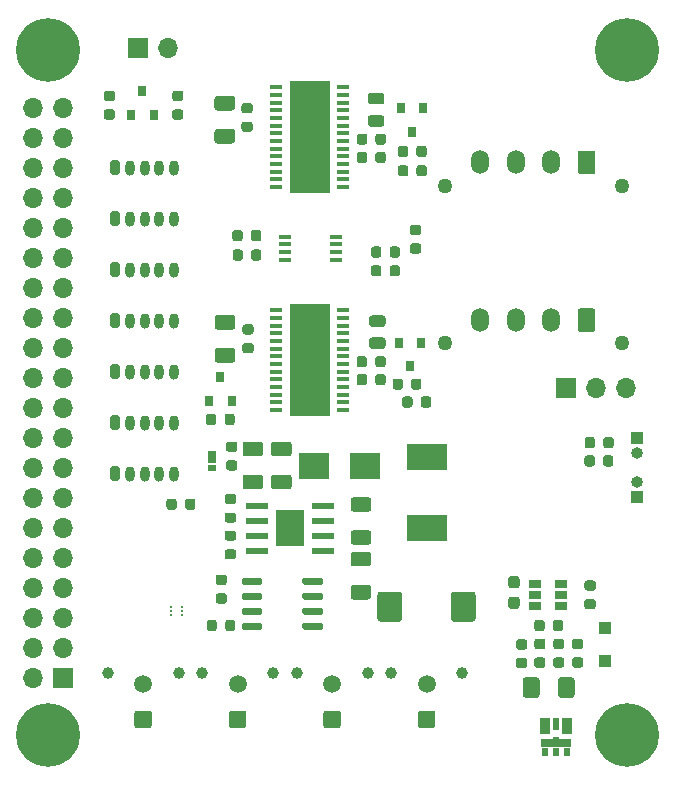
<source format=gbr>
G04 #@! TF.GenerationSoftware,KiCad,Pcbnew,(5.1.6)-1*
G04 #@! TF.CreationDate,2021-05-12T17:14:06+02:00*
G04 #@! TF.ProjectId,rysboard,72797362-6f61-4726-942e-6b696361645f,4.2*
G04 #@! TF.SameCoordinates,Original*
G04 #@! TF.FileFunction,Soldermask,Top*
G04 #@! TF.FilePolarity,Negative*
%FSLAX46Y46*%
G04 Gerber Fmt 4.6, Leading zero omitted, Abs format (unit mm)*
G04 Created by KiCad (PCBNEW (5.1.6)-1) date 2021-05-12 17:14:06*
%MOMM*%
%LPD*%
G01*
G04 APERTURE LIST*
%ADD10C,1.500000*%
%ADD11C,1.000000*%
%ADD12R,0.800000X0.900000*%
%ADD13R,3.500000X2.300000*%
%ADD14R,0.600000X0.250000*%
%ADD15R,2.500000X0.650000*%
%ADD16R,0.600000X0.800000*%
%ADD17R,0.900000X1.350000*%
%ADD18R,0.500000X0.800000*%
%ADD19R,0.500000X1.050000*%
%ADD20O,1.500000X2.020000*%
%ADD21C,1.270000*%
%ADD22C,5.400000*%
%ADD23R,2.500000X2.300000*%
%ADD24R,3.400000X9.500000*%
%ADD25R,1.100000X0.400000*%
%ADD26O,0.800000X1.300000*%
%ADD27O,1.700000X1.700000*%
%ADD28R,1.700000X1.700000*%
%ADD29R,0.700000X1.050000*%
%ADD30R,0.700000X0.520000*%
%ADD31R,1.100000X1.100000*%
%ADD32R,1.060000X0.650000*%
%ADD33R,1.000000X1.000000*%
%ADD34O,1.000000X1.000000*%
%ADD35R,0.200000X0.200000*%
%ADD36R,1.910000X0.610000*%
%ADD37R,1.205000X1.550000*%
G04 APERTURE END LIST*
D10*
X94856000Y-122800000D03*
G36*
G01*
X95606000Y-125300000D02*
X95606000Y-126300000D01*
G75*
G02*
X95356000Y-126550000I-250000J0D01*
G01*
X94356000Y-126550000D01*
G75*
G02*
X94106000Y-126300000I0J250000D01*
G01*
X94106000Y-125300000D01*
G75*
G02*
X94356000Y-125050000I250000J0D01*
G01*
X95356000Y-125050000D01*
G75*
G02*
X95606000Y-125300000I0J-250000D01*
G01*
G37*
D11*
X91856000Y-121860000D03*
X97856000Y-121860000D03*
D12*
X93400000Y-96800000D03*
X94350000Y-98800000D03*
X92450000Y-98800000D03*
D13*
X110900000Y-109600000D03*
X110900000Y-103600000D03*
D10*
X110856000Y-122800000D03*
G36*
G01*
X111606000Y-125300000D02*
X111606000Y-126300000D01*
G75*
G02*
X111356000Y-126550000I-250000J0D01*
G01*
X110356000Y-126550000D01*
G75*
G02*
X110106000Y-126300000I0J250000D01*
G01*
X110106000Y-125300000D01*
G75*
G02*
X110356000Y-125050000I250000J0D01*
G01*
X111356000Y-125050000D01*
G75*
G02*
X111606000Y-125300000I0J-250000D01*
G01*
G37*
D11*
X107856000Y-121860000D03*
X113856000Y-121860000D03*
D10*
X86856000Y-122800000D03*
G36*
G01*
X87606000Y-125300000D02*
X87606000Y-126300000D01*
G75*
G02*
X87356000Y-126550000I-250000J0D01*
G01*
X86356000Y-126550000D01*
G75*
G02*
X86106000Y-126300000I0J250000D01*
G01*
X86106000Y-125300000D01*
G75*
G02*
X86356000Y-125050000I250000J0D01*
G01*
X87356000Y-125050000D01*
G75*
G02*
X87606000Y-125300000I0J-250000D01*
G01*
G37*
D11*
X83856000Y-121860000D03*
X89856000Y-121860000D03*
D14*
X121810000Y-127370000D03*
D15*
X121810000Y-127820000D03*
D16*
X122760000Y-128520000D03*
D17*
X122760000Y-126375000D03*
D18*
X121810000Y-128520000D03*
D19*
X121810000Y-126225000D03*
D16*
X120860000Y-128520000D03*
D17*
X120860000Y-126375000D03*
D20*
X115400000Y-92000000D03*
X118400000Y-92000000D03*
X121400000Y-92000000D03*
G36*
G01*
X125150000Y-91240000D02*
X125150000Y-92760000D01*
G75*
G02*
X124900000Y-93010000I-250000J0D01*
G01*
X123900000Y-93010000D01*
G75*
G02*
X123650000Y-92760000I0J250000D01*
G01*
X123650000Y-91240000D01*
G75*
G02*
X123900000Y-90990000I250000J0D01*
G01*
X124900000Y-90990000D01*
G75*
G02*
X125150000Y-91240000I0J-250000D01*
G01*
G37*
D21*
X112400000Y-93960000D03*
X127400000Y-93960000D03*
G36*
G01*
X105925000Y-108225000D02*
X104675000Y-108225000D01*
G75*
G02*
X104425000Y-107975000I0J250000D01*
G01*
X104425000Y-107225000D01*
G75*
G02*
X104675000Y-106975000I250000J0D01*
G01*
X105925000Y-106975000D01*
G75*
G02*
X106175000Y-107225000I0J-250000D01*
G01*
X106175000Y-107975000D01*
G75*
G02*
X105925000Y-108225000I-250000J0D01*
G01*
G37*
G36*
G01*
X105925000Y-111025000D02*
X104675000Y-111025000D01*
G75*
G02*
X104425000Y-110775000I0J250000D01*
G01*
X104425000Y-110025000D01*
G75*
G02*
X104675000Y-109775000I250000J0D01*
G01*
X105925000Y-109775000D01*
G75*
G02*
X106175000Y-110025000I0J-250000D01*
G01*
X106175000Y-110775000D01*
G75*
G02*
X105925000Y-111025000I-250000J0D01*
G01*
G37*
D22*
X127800000Y-127150000D03*
X78800000Y-69150000D03*
X78800000Y-127150000D03*
D20*
X115400000Y-78640000D03*
X118400000Y-78640000D03*
X121400000Y-78640000D03*
G36*
G01*
X125150000Y-77880000D02*
X125150000Y-79400000D01*
G75*
G02*
X124900000Y-79650000I-250000J0D01*
G01*
X123900000Y-79650000D01*
G75*
G02*
X123650000Y-79400000I0J250000D01*
G01*
X123650000Y-77880000D01*
G75*
G02*
X123900000Y-77630000I250000J0D01*
G01*
X124900000Y-77630000D01*
G75*
G02*
X125150000Y-77880000I0J-250000D01*
G01*
G37*
D21*
X112400000Y-80600000D03*
X127400000Y-80600000D03*
D23*
X105650000Y-104300000D03*
X101350000Y-104300000D03*
D24*
X100950000Y-76500000D03*
D25*
X98100000Y-80725000D03*
X98100000Y-80075000D03*
X98100000Y-79425000D03*
X98100000Y-78775000D03*
X98100000Y-78125000D03*
X98100000Y-77475000D03*
X98100000Y-76825000D03*
X98100000Y-76175000D03*
X98100000Y-75525000D03*
X98100000Y-74875000D03*
X98100000Y-74225000D03*
X98100000Y-73575000D03*
X98100000Y-72925000D03*
X98100000Y-72275000D03*
X103800000Y-72275000D03*
X103800000Y-72925000D03*
X103800000Y-73575000D03*
X103800000Y-74225000D03*
X103800000Y-74875000D03*
X103800000Y-75525000D03*
X103800000Y-76175000D03*
X103800000Y-76825000D03*
X103800000Y-77475000D03*
X103800000Y-78125000D03*
X103800000Y-78775000D03*
X103800000Y-79425000D03*
X103800000Y-80075000D03*
X103800000Y-80725000D03*
D24*
X100950000Y-95375000D03*
D25*
X98100000Y-99600000D03*
X98100000Y-98950000D03*
X98100000Y-98300000D03*
X98100000Y-97650000D03*
X98100000Y-97000000D03*
X98100000Y-96350000D03*
X98100000Y-95700000D03*
X98100000Y-95050000D03*
X98100000Y-94400000D03*
X98100000Y-93750000D03*
X98100000Y-93100000D03*
X98100000Y-92450000D03*
X98100000Y-91800000D03*
X98100000Y-91150000D03*
X103800000Y-91150000D03*
X103800000Y-91800000D03*
X103800000Y-92450000D03*
X103800000Y-93100000D03*
X103800000Y-93750000D03*
X103800000Y-94400000D03*
X103800000Y-95050000D03*
X103800000Y-95700000D03*
X103800000Y-96350000D03*
X103800000Y-97000000D03*
X103800000Y-97650000D03*
X103800000Y-98300000D03*
X103800000Y-98950000D03*
X103800000Y-99600000D03*
D26*
X89492000Y-104990000D03*
X88242000Y-104990000D03*
X86992000Y-104990000D03*
X85742000Y-104990000D03*
G36*
G01*
X84092000Y-105440000D02*
X84092000Y-104540000D01*
G75*
G02*
X84292000Y-104340000I200000J0D01*
G01*
X84692000Y-104340000D01*
G75*
G02*
X84892000Y-104540000I0J-200000D01*
G01*
X84892000Y-105440000D01*
G75*
G02*
X84692000Y-105640000I-200000J0D01*
G01*
X84292000Y-105640000D01*
G75*
G02*
X84092000Y-105440000I0J200000D01*
G01*
G37*
X89492000Y-79082000D03*
X88242000Y-79082000D03*
X86992000Y-79082000D03*
X85742000Y-79082000D03*
G36*
G01*
X84092000Y-79532000D02*
X84092000Y-78632000D01*
G75*
G02*
X84292000Y-78432000I200000J0D01*
G01*
X84692000Y-78432000D01*
G75*
G02*
X84892000Y-78632000I0J-200000D01*
G01*
X84892000Y-79532000D01*
G75*
G02*
X84692000Y-79732000I-200000J0D01*
G01*
X84292000Y-79732000D01*
G75*
G02*
X84092000Y-79532000I0J200000D01*
G01*
G37*
X89492000Y-83400000D03*
X88242000Y-83400000D03*
X86992000Y-83400000D03*
X85742000Y-83400000D03*
G36*
G01*
X84092000Y-83850000D02*
X84092000Y-82950000D01*
G75*
G02*
X84292000Y-82750000I200000J0D01*
G01*
X84692000Y-82750000D01*
G75*
G02*
X84892000Y-82950000I0J-200000D01*
G01*
X84892000Y-83850000D01*
G75*
G02*
X84692000Y-84050000I-200000J0D01*
G01*
X84292000Y-84050000D01*
G75*
G02*
X84092000Y-83850000I0J200000D01*
G01*
G37*
X89492000Y-87718000D03*
X88242000Y-87718000D03*
X86992000Y-87718000D03*
X85742000Y-87718000D03*
G36*
G01*
X84092000Y-88168000D02*
X84092000Y-87268000D01*
G75*
G02*
X84292000Y-87068000I200000J0D01*
G01*
X84692000Y-87068000D01*
G75*
G02*
X84892000Y-87268000I0J-200000D01*
G01*
X84892000Y-88168000D01*
G75*
G02*
X84692000Y-88368000I-200000J0D01*
G01*
X84292000Y-88368000D01*
G75*
G02*
X84092000Y-88168000I0J200000D01*
G01*
G37*
X89492000Y-92036000D03*
X88242000Y-92036000D03*
X86992000Y-92036000D03*
X85742000Y-92036000D03*
G36*
G01*
X84092000Y-92486000D02*
X84092000Y-91586000D01*
G75*
G02*
X84292000Y-91386000I200000J0D01*
G01*
X84692000Y-91386000D01*
G75*
G02*
X84892000Y-91586000I0J-200000D01*
G01*
X84892000Y-92486000D01*
G75*
G02*
X84692000Y-92686000I-200000J0D01*
G01*
X84292000Y-92686000D01*
G75*
G02*
X84092000Y-92486000I0J200000D01*
G01*
G37*
X89492000Y-96354000D03*
X88242000Y-96354000D03*
X86992000Y-96354000D03*
X85742000Y-96354000D03*
G36*
G01*
X84092000Y-96804000D02*
X84092000Y-95904000D01*
G75*
G02*
X84292000Y-95704000I200000J0D01*
G01*
X84692000Y-95704000D01*
G75*
G02*
X84892000Y-95904000I0J-200000D01*
G01*
X84892000Y-96804000D01*
G75*
G02*
X84692000Y-97004000I-200000J0D01*
G01*
X84292000Y-97004000D01*
G75*
G02*
X84092000Y-96804000I0J200000D01*
G01*
G37*
X89492000Y-100672000D03*
X88242000Y-100672000D03*
X86992000Y-100672000D03*
X85742000Y-100672000D03*
G36*
G01*
X84092000Y-101122000D02*
X84092000Y-100222000D01*
G75*
G02*
X84292000Y-100022000I200000J0D01*
G01*
X84692000Y-100022000D01*
G75*
G02*
X84892000Y-100222000I0J-200000D01*
G01*
X84892000Y-101122000D01*
G75*
G02*
X84692000Y-101322000I-200000J0D01*
G01*
X84292000Y-101322000D01*
G75*
G02*
X84092000Y-101122000I0J200000D01*
G01*
G37*
D27*
X77524500Y-74011100D03*
X80064500Y-74011100D03*
X77524500Y-76551100D03*
X80064500Y-76551100D03*
X77524500Y-79091100D03*
X80064500Y-79091100D03*
X77524500Y-81631100D03*
X80064500Y-81631100D03*
X77524500Y-84171100D03*
X80064500Y-84171100D03*
X77524500Y-86711100D03*
X80064500Y-86711100D03*
X77524500Y-89251100D03*
X80064500Y-89251100D03*
X77524500Y-91791100D03*
X80064500Y-91791100D03*
X77524500Y-94331100D03*
X80064500Y-94331100D03*
X77524500Y-96871100D03*
X80064500Y-96871100D03*
X77524500Y-99411100D03*
X80064500Y-99411100D03*
X77524500Y-101951100D03*
X80064500Y-101951100D03*
X77524500Y-104491100D03*
X80064500Y-104491100D03*
X77524500Y-107031100D03*
X80064500Y-107031100D03*
X77524500Y-109571100D03*
X80064500Y-109571100D03*
X77524500Y-112111100D03*
X80064500Y-112111100D03*
X77524500Y-114651100D03*
X80064500Y-114651100D03*
X77524500Y-117191100D03*
X80064500Y-117191100D03*
X77524500Y-119731100D03*
X80064500Y-119731100D03*
X77524500Y-122271100D03*
D28*
X80064500Y-122271100D03*
G36*
G01*
X97925000Y-105075000D02*
X99175000Y-105075000D01*
G75*
G02*
X99425000Y-105325000I0J-250000D01*
G01*
X99425000Y-106075000D01*
G75*
G02*
X99175000Y-106325000I-250000J0D01*
G01*
X97925000Y-106325000D01*
G75*
G02*
X97675000Y-106075000I0J250000D01*
G01*
X97675000Y-105325000D01*
G75*
G02*
X97925000Y-105075000I250000J0D01*
G01*
G37*
G36*
G01*
X97925000Y-102275000D02*
X99175000Y-102275000D01*
G75*
G02*
X99425000Y-102525000I0J-250000D01*
G01*
X99425000Y-103275000D01*
G75*
G02*
X99175000Y-103525000I-250000J0D01*
G01*
X97925000Y-103525000D01*
G75*
G02*
X97675000Y-103275000I0J250000D01*
G01*
X97675000Y-102525000D01*
G75*
G02*
X97925000Y-102275000I250000J0D01*
G01*
G37*
G36*
G01*
X95525000Y-105075000D02*
X96775000Y-105075000D01*
G75*
G02*
X97025000Y-105325000I0J-250000D01*
G01*
X97025000Y-106075000D01*
G75*
G02*
X96775000Y-106325000I-250000J0D01*
G01*
X95525000Y-106325000D01*
G75*
G02*
X95275000Y-106075000I0J250000D01*
G01*
X95275000Y-105325000D01*
G75*
G02*
X95525000Y-105075000I250000J0D01*
G01*
G37*
G36*
G01*
X95525000Y-102275000D02*
X96775000Y-102275000D01*
G75*
G02*
X97025000Y-102525000I0J-250000D01*
G01*
X97025000Y-103275000D01*
G75*
G02*
X96775000Y-103525000I-250000J0D01*
G01*
X95525000Y-103525000D01*
G75*
G02*
X95275000Y-103275000I0J250000D01*
G01*
X95275000Y-102525000D01*
G75*
G02*
X95525000Y-102275000I250000J0D01*
G01*
G37*
G36*
G01*
X94506250Y-107580000D02*
X93993750Y-107580000D01*
G75*
G02*
X93775000Y-107361250I0J218750D01*
G01*
X93775000Y-106923750D01*
G75*
G02*
X93993750Y-106705000I218750J0D01*
G01*
X94506250Y-106705000D01*
G75*
G02*
X94725000Y-106923750I0J-218750D01*
G01*
X94725000Y-107361250D01*
G75*
G02*
X94506250Y-107580000I-218750J0D01*
G01*
G37*
G36*
G01*
X94506250Y-109155000D02*
X93993750Y-109155000D01*
G75*
G02*
X93775000Y-108936250I0J218750D01*
G01*
X93775000Y-108498750D01*
G75*
G02*
X93993750Y-108280000I218750J0D01*
G01*
X94506250Y-108280000D01*
G75*
G02*
X94725000Y-108498750I0J-218750D01*
G01*
X94725000Y-108936250D01*
G75*
G02*
X94506250Y-109155000I-218750J0D01*
G01*
G37*
D22*
X127800000Y-69150000D03*
D10*
X102856000Y-122800000D03*
G36*
G01*
X103606000Y-125300000D02*
X103606000Y-126300000D01*
G75*
G02*
X103356000Y-126550000I-250000J0D01*
G01*
X102356000Y-126550000D01*
G75*
G02*
X102106000Y-126300000I0J250000D01*
G01*
X102106000Y-125300000D01*
G75*
G02*
X102356000Y-125050000I250000J0D01*
G01*
X103356000Y-125050000D01*
G75*
G02*
X103606000Y-125300000I0J-250000D01*
G01*
G37*
D11*
X99856000Y-121860000D03*
X105856000Y-121860000D03*
G36*
G01*
X93165000Y-94345000D02*
X94415000Y-94345000D01*
G75*
G02*
X94665000Y-94595000I0J-250000D01*
G01*
X94665000Y-95345000D01*
G75*
G02*
X94415000Y-95595000I-250000J0D01*
G01*
X93165000Y-95595000D01*
G75*
G02*
X92915000Y-95345000I0J250000D01*
G01*
X92915000Y-94595000D01*
G75*
G02*
X93165000Y-94345000I250000J0D01*
G01*
G37*
G36*
G01*
X93165000Y-91545000D02*
X94415000Y-91545000D01*
G75*
G02*
X94665000Y-91795000I0J-250000D01*
G01*
X94665000Y-92545000D01*
G75*
G02*
X94415000Y-92795000I-250000J0D01*
G01*
X93165000Y-92795000D01*
G75*
G02*
X92915000Y-92545000I0J250000D01*
G01*
X92915000Y-91795000D01*
G75*
G02*
X93165000Y-91545000I250000J0D01*
G01*
G37*
G36*
G01*
X106233750Y-93460000D02*
X107146250Y-93460000D01*
G75*
G02*
X107390000Y-93703750I0J-243750D01*
G01*
X107390000Y-94191250D01*
G75*
G02*
X107146250Y-94435000I-243750J0D01*
G01*
X106233750Y-94435000D01*
G75*
G02*
X105990000Y-94191250I0J243750D01*
G01*
X105990000Y-93703750D01*
G75*
G02*
X106233750Y-93460000I243750J0D01*
G01*
G37*
G36*
G01*
X106233750Y-91585000D02*
X107146250Y-91585000D01*
G75*
G02*
X107390000Y-91828750I0J-243750D01*
G01*
X107390000Y-92316250D01*
G75*
G02*
X107146250Y-92560000I-243750J0D01*
G01*
X106233750Y-92560000D01*
G75*
G02*
X105990000Y-92316250I0J243750D01*
G01*
X105990000Y-91828750D01*
G75*
G02*
X106233750Y-91585000I243750J0D01*
G01*
G37*
G36*
G01*
X105810000Y-95253750D02*
X105810000Y-95766250D01*
G75*
G02*
X105591250Y-95985000I-218750J0D01*
G01*
X105153750Y-95985000D01*
G75*
G02*
X104935000Y-95766250I0J218750D01*
G01*
X104935000Y-95253750D01*
G75*
G02*
X105153750Y-95035000I218750J0D01*
G01*
X105591250Y-95035000D01*
G75*
G02*
X105810000Y-95253750I0J-218750D01*
G01*
G37*
G36*
G01*
X107385000Y-95253750D02*
X107385000Y-95766250D01*
G75*
G02*
X107166250Y-95985000I-218750J0D01*
G01*
X106728750Y-95985000D01*
G75*
G02*
X106510000Y-95766250I0J218750D01*
G01*
X106510000Y-95253750D01*
G75*
G02*
X106728750Y-95035000I218750J0D01*
G01*
X107166250Y-95035000D01*
G75*
G02*
X107385000Y-95253750I0J-218750D01*
G01*
G37*
G36*
G01*
X95483750Y-93920000D02*
X95996250Y-93920000D01*
G75*
G02*
X96215000Y-94138750I0J-218750D01*
G01*
X96215000Y-94576250D01*
G75*
G02*
X95996250Y-94795000I-218750J0D01*
G01*
X95483750Y-94795000D01*
G75*
G02*
X95265000Y-94576250I0J218750D01*
G01*
X95265000Y-94138750D01*
G75*
G02*
X95483750Y-93920000I218750J0D01*
G01*
G37*
G36*
G01*
X95483750Y-92345000D02*
X95996250Y-92345000D01*
G75*
G02*
X96215000Y-92563750I0J-218750D01*
G01*
X96215000Y-93001250D01*
G75*
G02*
X95996250Y-93220000I-218750J0D01*
G01*
X95483750Y-93220000D01*
G75*
G02*
X95265000Y-93001250I0J218750D01*
G01*
X95265000Y-92563750D01*
G75*
G02*
X95483750Y-92345000I218750J0D01*
G01*
G37*
G36*
G01*
X108850000Y-97153750D02*
X108850000Y-97666250D01*
G75*
G02*
X108631250Y-97885000I-218750J0D01*
G01*
X108193750Y-97885000D01*
G75*
G02*
X107975000Y-97666250I0J218750D01*
G01*
X107975000Y-97153750D01*
G75*
G02*
X108193750Y-96935000I218750J0D01*
G01*
X108631250Y-96935000D01*
G75*
G02*
X108850000Y-97153750I0J-218750D01*
G01*
G37*
G36*
G01*
X110425000Y-97153750D02*
X110425000Y-97666250D01*
G75*
G02*
X110206250Y-97885000I-218750J0D01*
G01*
X109768750Y-97885000D01*
G75*
G02*
X109550000Y-97666250I0J218750D01*
G01*
X109550000Y-97153750D01*
G75*
G02*
X109768750Y-96935000I218750J0D01*
G01*
X110206250Y-96935000D01*
G75*
G02*
X110425000Y-97153750I0J-218750D01*
G01*
G37*
G36*
G01*
X93145000Y-75795000D02*
X94395000Y-75795000D01*
G75*
G02*
X94645000Y-76045000I0J-250000D01*
G01*
X94645000Y-76795000D01*
G75*
G02*
X94395000Y-77045000I-250000J0D01*
G01*
X93145000Y-77045000D01*
G75*
G02*
X92895000Y-76795000I0J250000D01*
G01*
X92895000Y-76045000D01*
G75*
G02*
X93145000Y-75795000I250000J0D01*
G01*
G37*
G36*
G01*
X93145000Y-72995000D02*
X94395000Y-72995000D01*
G75*
G02*
X94645000Y-73245000I0J-250000D01*
G01*
X94645000Y-73995000D01*
G75*
G02*
X94395000Y-74245000I-250000J0D01*
G01*
X93145000Y-74245000D01*
G75*
G02*
X92895000Y-73995000I0J250000D01*
G01*
X92895000Y-73245000D01*
G75*
G02*
X93145000Y-72995000I250000J0D01*
G01*
G37*
G36*
G01*
X106123750Y-74630000D02*
X107036250Y-74630000D01*
G75*
G02*
X107280000Y-74873750I0J-243750D01*
G01*
X107280000Y-75361250D01*
G75*
G02*
X107036250Y-75605000I-243750J0D01*
G01*
X106123750Y-75605000D01*
G75*
G02*
X105880000Y-75361250I0J243750D01*
G01*
X105880000Y-74873750D01*
G75*
G02*
X106123750Y-74630000I243750J0D01*
G01*
G37*
G36*
G01*
X106123750Y-72755000D02*
X107036250Y-72755000D01*
G75*
G02*
X107280000Y-72998750I0J-243750D01*
G01*
X107280000Y-73486250D01*
G75*
G02*
X107036250Y-73730000I-243750J0D01*
G01*
X106123750Y-73730000D01*
G75*
G02*
X105880000Y-73486250I0J243750D01*
G01*
X105880000Y-72998750D01*
G75*
G02*
X106123750Y-72755000I243750J0D01*
G01*
G37*
G36*
G01*
X105830000Y-76413750D02*
X105830000Y-76926250D01*
G75*
G02*
X105611250Y-77145000I-218750J0D01*
G01*
X105173750Y-77145000D01*
G75*
G02*
X104955000Y-76926250I0J218750D01*
G01*
X104955000Y-76413750D01*
G75*
G02*
X105173750Y-76195000I218750J0D01*
G01*
X105611250Y-76195000D01*
G75*
G02*
X105830000Y-76413750I0J-218750D01*
G01*
G37*
G36*
G01*
X107405000Y-76413750D02*
X107405000Y-76926250D01*
G75*
G02*
X107186250Y-77145000I-218750J0D01*
G01*
X106748750Y-77145000D01*
G75*
G02*
X106530000Y-76926250I0J218750D01*
G01*
X106530000Y-76413750D01*
G75*
G02*
X106748750Y-76195000I218750J0D01*
G01*
X107186250Y-76195000D01*
G75*
G02*
X107405000Y-76413750I0J-218750D01*
G01*
G37*
G36*
G01*
X95403750Y-75190000D02*
X95916250Y-75190000D01*
G75*
G02*
X96135000Y-75408750I0J-218750D01*
G01*
X96135000Y-75846250D01*
G75*
G02*
X95916250Y-76065000I-218750J0D01*
G01*
X95403750Y-76065000D01*
G75*
G02*
X95185000Y-75846250I0J218750D01*
G01*
X95185000Y-75408750D01*
G75*
G02*
X95403750Y-75190000I218750J0D01*
G01*
G37*
G36*
G01*
X95403750Y-73615000D02*
X95916250Y-73615000D01*
G75*
G02*
X96135000Y-73833750I0J-218750D01*
G01*
X96135000Y-74271250D01*
G75*
G02*
X95916250Y-74490000I-218750J0D01*
G01*
X95403750Y-74490000D01*
G75*
G02*
X95185000Y-74271250I0J218750D01*
G01*
X95185000Y-73833750D01*
G75*
G02*
X95403750Y-73615000I218750J0D01*
G01*
G37*
G36*
G01*
X109300000Y-77453750D02*
X109300000Y-77966250D01*
G75*
G02*
X109081250Y-78185000I-218750J0D01*
G01*
X108643750Y-78185000D01*
G75*
G02*
X108425000Y-77966250I0J218750D01*
G01*
X108425000Y-77453750D01*
G75*
G02*
X108643750Y-77235000I218750J0D01*
G01*
X109081250Y-77235000D01*
G75*
G02*
X109300000Y-77453750I0J-218750D01*
G01*
G37*
G36*
G01*
X110875000Y-77453750D02*
X110875000Y-77966250D01*
G75*
G02*
X110656250Y-78185000I-218750J0D01*
G01*
X110218750Y-78185000D01*
G75*
G02*
X110000000Y-77966250I0J218750D01*
G01*
X110000000Y-77453750D01*
G75*
G02*
X110218750Y-77235000I218750J0D01*
G01*
X110656250Y-77235000D01*
G75*
G02*
X110875000Y-77453750I0J-218750D01*
G01*
G37*
G36*
G01*
X118643750Y-120600000D02*
X119156250Y-120600000D01*
G75*
G02*
X119375000Y-120818750I0J-218750D01*
G01*
X119375000Y-121256250D01*
G75*
G02*
X119156250Y-121475000I-218750J0D01*
G01*
X118643750Y-121475000D01*
G75*
G02*
X118425000Y-121256250I0J218750D01*
G01*
X118425000Y-120818750D01*
G75*
G02*
X118643750Y-120600000I218750J0D01*
G01*
G37*
G36*
G01*
X118643750Y-119025000D02*
X119156250Y-119025000D01*
G75*
G02*
X119375000Y-119243750I0J-218750D01*
G01*
X119375000Y-119681250D01*
G75*
G02*
X119156250Y-119900000I-218750J0D01*
G01*
X118643750Y-119900000D01*
G75*
G02*
X118425000Y-119681250I0J218750D01*
G01*
X118425000Y-119243750D01*
G75*
G02*
X118643750Y-119025000I218750J0D01*
G01*
G37*
G36*
G01*
X121550000Y-118106250D02*
X121550000Y-117593750D01*
G75*
G02*
X121768750Y-117375000I218750J0D01*
G01*
X122206250Y-117375000D01*
G75*
G02*
X122425000Y-117593750I0J-218750D01*
G01*
X122425000Y-118106250D01*
G75*
G02*
X122206250Y-118325000I-218750J0D01*
G01*
X121768750Y-118325000D01*
G75*
G02*
X121550000Y-118106250I0J218750D01*
G01*
G37*
G36*
G01*
X119975000Y-118106250D02*
X119975000Y-117593750D01*
G75*
G02*
X120193750Y-117375000I218750J0D01*
G01*
X120631250Y-117375000D01*
G75*
G02*
X120850000Y-117593750I0J-218750D01*
G01*
X120850000Y-118106250D01*
G75*
G02*
X120631250Y-118325000I-218750J0D01*
G01*
X120193750Y-118325000D01*
G75*
G02*
X119975000Y-118106250I0J218750D01*
G01*
G37*
G36*
G01*
X123393750Y-120550000D02*
X123906250Y-120550000D01*
G75*
G02*
X124125000Y-120768750I0J-218750D01*
G01*
X124125000Y-121206250D01*
G75*
G02*
X123906250Y-121425000I-218750J0D01*
G01*
X123393750Y-121425000D01*
G75*
G02*
X123175000Y-121206250I0J218750D01*
G01*
X123175000Y-120768750D01*
G75*
G02*
X123393750Y-120550000I218750J0D01*
G01*
G37*
G36*
G01*
X123393750Y-118975000D02*
X123906250Y-118975000D01*
G75*
G02*
X124125000Y-119193750I0J-218750D01*
G01*
X124125000Y-119631250D01*
G75*
G02*
X123906250Y-119850000I-218750J0D01*
G01*
X123393750Y-119850000D01*
G75*
G02*
X123175000Y-119631250I0J218750D01*
G01*
X123175000Y-119193750D01*
G75*
G02*
X123393750Y-118975000I218750J0D01*
G01*
G37*
G36*
G01*
X118012500Y-115400000D02*
X118487500Y-115400000D01*
G75*
G02*
X118725000Y-115637500I0J-237500D01*
G01*
X118725000Y-116212500D01*
G75*
G02*
X118487500Y-116450000I-237500J0D01*
G01*
X118012500Y-116450000D01*
G75*
G02*
X117775000Y-116212500I0J237500D01*
G01*
X117775000Y-115637500D01*
G75*
G02*
X118012500Y-115400000I237500J0D01*
G01*
G37*
G36*
G01*
X118012500Y-113650000D02*
X118487500Y-113650000D01*
G75*
G02*
X118725000Y-113887500I0J-237500D01*
G01*
X118725000Y-114462500D01*
G75*
G02*
X118487500Y-114700000I-237500J0D01*
G01*
X118012500Y-114700000D01*
G75*
G02*
X117775000Y-114462500I0J237500D01*
G01*
X117775000Y-113887500D01*
G75*
G02*
X118012500Y-113650000I237500J0D01*
G01*
G37*
D12*
X109450000Y-95900000D03*
X108500000Y-93900000D03*
X110400000Y-93900000D03*
X109630000Y-76060000D03*
X108680000Y-74060000D03*
X110580000Y-74060000D03*
D29*
X92720000Y-103575000D03*
D30*
X92720000Y-104490000D03*
D31*
X126000000Y-120850000D03*
X126000000Y-118050000D03*
D27*
X127705000Y-97750000D03*
X125165000Y-97750000D03*
D28*
X122625000Y-97750000D03*
G36*
G01*
X110181250Y-84800000D02*
X109668750Y-84800000D01*
G75*
G02*
X109450000Y-84581250I0J218750D01*
G01*
X109450000Y-84143750D01*
G75*
G02*
X109668750Y-83925000I218750J0D01*
G01*
X110181250Y-83925000D01*
G75*
G02*
X110400000Y-84143750I0J-218750D01*
G01*
X110400000Y-84581250D01*
G75*
G02*
X110181250Y-84800000I-218750J0D01*
G01*
G37*
G36*
G01*
X110181250Y-86375000D02*
X109668750Y-86375000D01*
G75*
G02*
X109450000Y-86156250I0J218750D01*
G01*
X109450000Y-85718750D01*
G75*
G02*
X109668750Y-85500000I218750J0D01*
G01*
X110181250Y-85500000D01*
G75*
G02*
X110400000Y-85718750I0J-218750D01*
G01*
X110400000Y-86156250D01*
G75*
G02*
X110181250Y-86375000I-218750J0D01*
G01*
G37*
G36*
G01*
X107020000Y-87563750D02*
X107020000Y-88076250D01*
G75*
G02*
X106801250Y-88295000I-218750J0D01*
G01*
X106363750Y-88295000D01*
G75*
G02*
X106145000Y-88076250I0J218750D01*
G01*
X106145000Y-87563750D01*
G75*
G02*
X106363750Y-87345000I218750J0D01*
G01*
X106801250Y-87345000D01*
G75*
G02*
X107020000Y-87563750I0J-218750D01*
G01*
G37*
G36*
G01*
X108595000Y-87563750D02*
X108595000Y-88076250D01*
G75*
G02*
X108376250Y-88295000I-218750J0D01*
G01*
X107938750Y-88295000D01*
G75*
G02*
X107720000Y-88076250I0J218750D01*
G01*
X107720000Y-87563750D01*
G75*
G02*
X107938750Y-87345000I218750J0D01*
G01*
X108376250Y-87345000D01*
G75*
G02*
X108595000Y-87563750I0J-218750D01*
G01*
G37*
G36*
G01*
X109670000Y-98673750D02*
X109670000Y-99186250D01*
G75*
G02*
X109451250Y-99405000I-218750J0D01*
G01*
X109013750Y-99405000D01*
G75*
G02*
X108795000Y-99186250I0J218750D01*
G01*
X108795000Y-98673750D01*
G75*
G02*
X109013750Y-98455000I218750J0D01*
G01*
X109451250Y-98455000D01*
G75*
G02*
X109670000Y-98673750I0J-218750D01*
G01*
G37*
G36*
G01*
X111245000Y-98673750D02*
X111245000Y-99186250D01*
G75*
G02*
X111026250Y-99405000I-218750J0D01*
G01*
X110588750Y-99405000D01*
G75*
G02*
X110370000Y-99186250I0J218750D01*
G01*
X110370000Y-98673750D01*
G75*
G02*
X110588750Y-98455000I218750J0D01*
G01*
X111026250Y-98455000D01*
G75*
G02*
X111245000Y-98673750I0J-218750D01*
G01*
G37*
G36*
G01*
X105810000Y-96773750D02*
X105810000Y-97286250D01*
G75*
G02*
X105591250Y-97505000I-218750J0D01*
G01*
X105153750Y-97505000D01*
G75*
G02*
X104935000Y-97286250I0J218750D01*
G01*
X104935000Y-96773750D01*
G75*
G02*
X105153750Y-96555000I218750J0D01*
G01*
X105591250Y-96555000D01*
G75*
G02*
X105810000Y-96773750I0J-218750D01*
G01*
G37*
G36*
G01*
X107385000Y-96773750D02*
X107385000Y-97286250D01*
G75*
G02*
X107166250Y-97505000I-218750J0D01*
G01*
X106728750Y-97505000D01*
G75*
G02*
X106510000Y-97286250I0J218750D01*
G01*
X106510000Y-96773750D01*
G75*
G02*
X106728750Y-96555000I218750J0D01*
G01*
X107166250Y-96555000D01*
G75*
G02*
X107385000Y-96773750I0J-218750D01*
G01*
G37*
G36*
G01*
X109300000Y-79093750D02*
X109300000Y-79606250D01*
G75*
G02*
X109081250Y-79825000I-218750J0D01*
G01*
X108643750Y-79825000D01*
G75*
G02*
X108425000Y-79606250I0J218750D01*
G01*
X108425000Y-79093750D01*
G75*
G02*
X108643750Y-78875000I218750J0D01*
G01*
X109081250Y-78875000D01*
G75*
G02*
X109300000Y-79093750I0J-218750D01*
G01*
G37*
G36*
G01*
X110875000Y-79093750D02*
X110875000Y-79606250D01*
G75*
G02*
X110656250Y-79825000I-218750J0D01*
G01*
X110218750Y-79825000D01*
G75*
G02*
X110000000Y-79606250I0J218750D01*
G01*
X110000000Y-79093750D01*
G75*
G02*
X110218750Y-78875000I218750J0D01*
G01*
X110656250Y-78875000D01*
G75*
G02*
X110875000Y-79093750I0J-218750D01*
G01*
G37*
G36*
G01*
X106530000Y-78476250D02*
X106530000Y-77963750D01*
G75*
G02*
X106748750Y-77745000I218750J0D01*
G01*
X107186250Y-77745000D01*
G75*
G02*
X107405000Y-77963750I0J-218750D01*
G01*
X107405000Y-78476250D01*
G75*
G02*
X107186250Y-78695000I-218750J0D01*
G01*
X106748750Y-78695000D01*
G75*
G02*
X106530000Y-78476250I0J218750D01*
G01*
G37*
G36*
G01*
X104955000Y-78476250D02*
X104955000Y-77963750D01*
G75*
G02*
X105173750Y-77745000I218750J0D01*
G01*
X105611250Y-77745000D01*
G75*
G02*
X105830000Y-77963750I0J-218750D01*
G01*
X105830000Y-78476250D01*
G75*
G02*
X105611250Y-78695000I-218750J0D01*
G01*
X105173750Y-78695000D01*
G75*
G02*
X104955000Y-78476250I0J218750D01*
G01*
G37*
G36*
G01*
X94606250Y-103150000D02*
X94093750Y-103150000D01*
G75*
G02*
X93875000Y-102931250I0J218750D01*
G01*
X93875000Y-102493750D01*
G75*
G02*
X94093750Y-102275000I218750J0D01*
G01*
X94606250Y-102275000D01*
G75*
G02*
X94825000Y-102493750I0J-218750D01*
G01*
X94825000Y-102931250D01*
G75*
G02*
X94606250Y-103150000I-218750J0D01*
G01*
G37*
G36*
G01*
X94606250Y-104725000D02*
X94093750Y-104725000D01*
G75*
G02*
X93875000Y-104506250I0J218750D01*
G01*
X93875000Y-104068750D01*
G75*
G02*
X94093750Y-103850000I218750J0D01*
G01*
X94606250Y-103850000D01*
G75*
G02*
X94825000Y-104068750I0J-218750D01*
G01*
X94825000Y-104506250D01*
G75*
G02*
X94606250Y-104725000I-218750J0D01*
G01*
G37*
G36*
G01*
X93993750Y-111380000D02*
X94506250Y-111380000D01*
G75*
G02*
X94725000Y-111598750I0J-218750D01*
G01*
X94725000Y-112036250D01*
G75*
G02*
X94506250Y-112255000I-218750J0D01*
G01*
X93993750Y-112255000D01*
G75*
G02*
X93775000Y-112036250I0J218750D01*
G01*
X93775000Y-111598750D01*
G75*
G02*
X93993750Y-111380000I218750J0D01*
G01*
G37*
G36*
G01*
X93993750Y-109805000D02*
X94506250Y-109805000D01*
G75*
G02*
X94725000Y-110023750I0J-218750D01*
G01*
X94725000Y-110461250D01*
G75*
G02*
X94506250Y-110680000I-218750J0D01*
G01*
X93993750Y-110680000D01*
G75*
G02*
X93775000Y-110461250I0J218750D01*
G01*
X93775000Y-110023750D01*
G75*
G02*
X93993750Y-109805000I218750J0D01*
G01*
G37*
G36*
G01*
X120193750Y-120550000D02*
X120706250Y-120550000D01*
G75*
G02*
X120925000Y-120768750I0J-218750D01*
G01*
X120925000Y-121206250D01*
G75*
G02*
X120706250Y-121425000I-218750J0D01*
G01*
X120193750Y-121425000D01*
G75*
G02*
X119975000Y-121206250I0J218750D01*
G01*
X119975000Y-120768750D01*
G75*
G02*
X120193750Y-120550000I218750J0D01*
G01*
G37*
G36*
G01*
X120193750Y-118975000D02*
X120706250Y-118975000D01*
G75*
G02*
X120925000Y-119193750I0J-218750D01*
G01*
X120925000Y-119631250D01*
G75*
G02*
X120706250Y-119850000I-218750J0D01*
G01*
X120193750Y-119850000D01*
G75*
G02*
X119975000Y-119631250I0J218750D01*
G01*
X119975000Y-119193750D01*
G75*
G02*
X120193750Y-118975000I218750J0D01*
G01*
G37*
G36*
G01*
X120425000Y-122475000D02*
X120425000Y-123725000D01*
G75*
G02*
X120175000Y-123975000I-250000J0D01*
G01*
X119250000Y-123975000D01*
G75*
G02*
X119000000Y-123725000I0J250000D01*
G01*
X119000000Y-122475000D01*
G75*
G02*
X119250000Y-122225000I250000J0D01*
G01*
X120175000Y-122225000D01*
G75*
G02*
X120425000Y-122475000I0J-250000D01*
G01*
G37*
G36*
G01*
X123400000Y-122475000D02*
X123400000Y-123725000D01*
G75*
G02*
X123150000Y-123975000I-250000J0D01*
G01*
X122225000Y-123975000D01*
G75*
G02*
X121975000Y-123725000I0J250000D01*
G01*
X121975000Y-122475000D01*
G75*
G02*
X122225000Y-122225000I250000J0D01*
G01*
X123150000Y-122225000D01*
G75*
G02*
X123400000Y-122475000I0J-250000D01*
G01*
G37*
G36*
G01*
X121793750Y-120550000D02*
X122306250Y-120550000D01*
G75*
G02*
X122525000Y-120768750I0J-218750D01*
G01*
X122525000Y-121206250D01*
G75*
G02*
X122306250Y-121425000I-218750J0D01*
G01*
X121793750Y-121425000D01*
G75*
G02*
X121575000Y-121206250I0J218750D01*
G01*
X121575000Y-120768750D01*
G75*
G02*
X121793750Y-120550000I218750J0D01*
G01*
G37*
G36*
G01*
X121793750Y-118975000D02*
X122306250Y-118975000D01*
G75*
G02*
X122525000Y-119193750I0J-218750D01*
G01*
X122525000Y-119631250D01*
G75*
G02*
X122306250Y-119850000I-218750J0D01*
G01*
X121793750Y-119850000D01*
G75*
G02*
X121575000Y-119631250I0J218750D01*
G01*
X121575000Y-119193750D01*
G75*
G02*
X121793750Y-118975000I218750J0D01*
G01*
G37*
G36*
G01*
X107030000Y-85973750D02*
X107030000Y-86486250D01*
G75*
G02*
X106811250Y-86705000I-218750J0D01*
G01*
X106373750Y-86705000D01*
G75*
G02*
X106155000Y-86486250I0J218750D01*
G01*
X106155000Y-85973750D01*
G75*
G02*
X106373750Y-85755000I218750J0D01*
G01*
X106811250Y-85755000D01*
G75*
G02*
X107030000Y-85973750I0J-218750D01*
G01*
G37*
G36*
G01*
X108605000Y-85973750D02*
X108605000Y-86486250D01*
G75*
G02*
X108386250Y-86705000I-218750J0D01*
G01*
X107948750Y-86705000D01*
G75*
G02*
X107730000Y-86486250I0J218750D01*
G01*
X107730000Y-85973750D01*
G75*
G02*
X107948750Y-85755000I218750J0D01*
G01*
X108386250Y-85755000D01*
G75*
G02*
X108605000Y-85973750I0J-218750D01*
G01*
G37*
G36*
G01*
X95990000Y-85096250D02*
X95990000Y-84583750D01*
G75*
G02*
X96208750Y-84365000I218750J0D01*
G01*
X96646250Y-84365000D01*
G75*
G02*
X96865000Y-84583750I0J-218750D01*
G01*
X96865000Y-85096250D01*
G75*
G02*
X96646250Y-85315000I-218750J0D01*
G01*
X96208750Y-85315000D01*
G75*
G02*
X95990000Y-85096250I0J218750D01*
G01*
G37*
G36*
G01*
X94415000Y-85096250D02*
X94415000Y-84583750D01*
G75*
G02*
X94633750Y-84365000I218750J0D01*
G01*
X95071250Y-84365000D01*
G75*
G02*
X95290000Y-84583750I0J-218750D01*
G01*
X95290000Y-85096250D01*
G75*
G02*
X95071250Y-85315000I-218750J0D01*
G01*
X94633750Y-85315000D01*
G75*
G02*
X94415000Y-85096250I0J218750D01*
G01*
G37*
G36*
G01*
X96000000Y-86736250D02*
X96000000Y-86223750D01*
G75*
G02*
X96218750Y-86005000I218750J0D01*
G01*
X96656250Y-86005000D01*
G75*
G02*
X96875000Y-86223750I0J-218750D01*
G01*
X96875000Y-86736250D01*
G75*
G02*
X96656250Y-86955000I-218750J0D01*
G01*
X96218750Y-86955000D01*
G75*
G02*
X96000000Y-86736250I0J218750D01*
G01*
G37*
G36*
G01*
X94425000Y-86736250D02*
X94425000Y-86223750D01*
G75*
G02*
X94643750Y-86005000I218750J0D01*
G01*
X95081250Y-86005000D01*
G75*
G02*
X95300000Y-86223750I0J-218750D01*
G01*
X95300000Y-86736250D01*
G75*
G02*
X95081250Y-86955000I-218750J0D01*
G01*
X94643750Y-86955000D01*
G75*
G02*
X94425000Y-86736250I0J218750D01*
G01*
G37*
G36*
G01*
X124443750Y-115600000D02*
X124956250Y-115600000D01*
G75*
G02*
X125175000Y-115818750I0J-218750D01*
G01*
X125175000Y-116256250D01*
G75*
G02*
X124956250Y-116475000I-218750J0D01*
G01*
X124443750Y-116475000D01*
G75*
G02*
X124225000Y-116256250I0J218750D01*
G01*
X124225000Y-115818750D01*
G75*
G02*
X124443750Y-115600000I218750J0D01*
G01*
G37*
G36*
G01*
X124443750Y-114025000D02*
X124956250Y-114025000D01*
G75*
G02*
X125175000Y-114243750I0J-218750D01*
G01*
X125175000Y-114681250D01*
G75*
G02*
X124956250Y-114900000I-218750J0D01*
G01*
X124443750Y-114900000D01*
G75*
G02*
X124225000Y-114681250I0J218750D01*
G01*
X124225000Y-114243750D01*
G75*
G02*
X124443750Y-114025000I218750J0D01*
G01*
G37*
G36*
G01*
X90410000Y-107846250D02*
X90410000Y-107333750D01*
G75*
G02*
X90628750Y-107115000I218750J0D01*
G01*
X91066250Y-107115000D01*
G75*
G02*
X91285000Y-107333750I0J-218750D01*
G01*
X91285000Y-107846250D01*
G75*
G02*
X91066250Y-108065000I-218750J0D01*
G01*
X90628750Y-108065000D01*
G75*
G02*
X90410000Y-107846250I0J218750D01*
G01*
G37*
G36*
G01*
X88835000Y-107846250D02*
X88835000Y-107333750D01*
G75*
G02*
X89053750Y-107115000I218750J0D01*
G01*
X89491250Y-107115000D01*
G75*
G02*
X89710000Y-107333750I0J-218750D01*
G01*
X89710000Y-107846250D01*
G75*
G02*
X89491250Y-108065000I-218750J0D01*
G01*
X89053750Y-108065000D01*
G75*
G02*
X88835000Y-107846250I0J218750D01*
G01*
G37*
G36*
G01*
X125810000Y-102616250D02*
X125810000Y-102103750D01*
G75*
G02*
X126028750Y-101885000I218750J0D01*
G01*
X126466250Y-101885000D01*
G75*
G02*
X126685000Y-102103750I0J-218750D01*
G01*
X126685000Y-102616250D01*
G75*
G02*
X126466250Y-102835000I-218750J0D01*
G01*
X126028750Y-102835000D01*
G75*
G02*
X125810000Y-102616250I0J218750D01*
G01*
G37*
G36*
G01*
X124235000Y-102616250D02*
X124235000Y-102103750D01*
G75*
G02*
X124453750Y-101885000I218750J0D01*
G01*
X124891250Y-101885000D01*
G75*
G02*
X125110000Y-102103750I0J-218750D01*
G01*
X125110000Y-102616250D01*
G75*
G02*
X124891250Y-102835000I-218750J0D01*
G01*
X124453750Y-102835000D01*
G75*
G02*
X124235000Y-102616250I0J218750D01*
G01*
G37*
G36*
G01*
X125800000Y-104166250D02*
X125800000Y-103653750D01*
G75*
G02*
X126018750Y-103435000I218750J0D01*
G01*
X126456250Y-103435000D01*
G75*
G02*
X126675000Y-103653750I0J-218750D01*
G01*
X126675000Y-104166250D01*
G75*
G02*
X126456250Y-104385000I-218750J0D01*
G01*
X126018750Y-104385000D01*
G75*
G02*
X125800000Y-104166250I0J218750D01*
G01*
G37*
G36*
G01*
X124225000Y-104166250D02*
X124225000Y-103653750D01*
G75*
G02*
X124443750Y-103435000I218750J0D01*
G01*
X124881250Y-103435000D01*
G75*
G02*
X125100000Y-103653750I0J-218750D01*
G01*
X125100000Y-104166250D01*
G75*
G02*
X124881250Y-104385000I-218750J0D01*
G01*
X124443750Y-104385000D01*
G75*
G02*
X124225000Y-104166250I0J218750D01*
G01*
G37*
D25*
X103150000Y-84925000D03*
X103150000Y-85575000D03*
X103150000Y-86225000D03*
X103150000Y-86875000D03*
X98850000Y-86875000D03*
X98850000Y-86225000D03*
X98850000Y-85575000D03*
X98850000Y-84925000D03*
D32*
X122250000Y-115250000D03*
X122250000Y-114300000D03*
X122250000Y-116200000D03*
X120050000Y-116200000D03*
X120050000Y-115250000D03*
X120050000Y-114300000D03*
D27*
X89000000Y-68960000D03*
D28*
X86460000Y-68960000D03*
D33*
X128635001Y-102000000D03*
D34*
X128635001Y-103270000D03*
X128630000Y-105730000D03*
D33*
X128630000Y-107000000D03*
D35*
X89250000Y-116250000D03*
X89250000Y-116600000D03*
X89250000Y-116950000D03*
X90150000Y-116950000D03*
X90150000Y-116600000D03*
X90150000Y-116250000D03*
D36*
X96510000Y-107705000D03*
X96510000Y-108975000D03*
X96510000Y-110245000D03*
X96510000Y-111515000D03*
X102070000Y-111515000D03*
X102070000Y-110245000D03*
X102070000Y-108975000D03*
X102070000Y-107705000D03*
D37*
X99892500Y-110385000D03*
X99892500Y-108835000D03*
X98687500Y-110385000D03*
X98687500Y-108835000D03*
G36*
G01*
X95200000Y-114245000D02*
X95200000Y-113945000D01*
G75*
G02*
X95350000Y-113795000I150000J0D01*
G01*
X96800000Y-113795000D01*
G75*
G02*
X96950000Y-113945000I0J-150000D01*
G01*
X96950000Y-114245000D01*
G75*
G02*
X96800000Y-114395000I-150000J0D01*
G01*
X95350000Y-114395000D01*
G75*
G02*
X95200000Y-114245000I0J150000D01*
G01*
G37*
G36*
G01*
X95200000Y-115515000D02*
X95200000Y-115215000D01*
G75*
G02*
X95350000Y-115065000I150000J0D01*
G01*
X96800000Y-115065000D01*
G75*
G02*
X96950000Y-115215000I0J-150000D01*
G01*
X96950000Y-115515000D01*
G75*
G02*
X96800000Y-115665000I-150000J0D01*
G01*
X95350000Y-115665000D01*
G75*
G02*
X95200000Y-115515000I0J150000D01*
G01*
G37*
G36*
G01*
X95200000Y-116785000D02*
X95200000Y-116485000D01*
G75*
G02*
X95350000Y-116335000I150000J0D01*
G01*
X96800000Y-116335000D01*
G75*
G02*
X96950000Y-116485000I0J-150000D01*
G01*
X96950000Y-116785000D01*
G75*
G02*
X96800000Y-116935000I-150000J0D01*
G01*
X95350000Y-116935000D01*
G75*
G02*
X95200000Y-116785000I0J150000D01*
G01*
G37*
G36*
G01*
X95200000Y-118055000D02*
X95200000Y-117755000D01*
G75*
G02*
X95350000Y-117605000I150000J0D01*
G01*
X96800000Y-117605000D01*
G75*
G02*
X96950000Y-117755000I0J-150000D01*
G01*
X96950000Y-118055000D01*
G75*
G02*
X96800000Y-118205000I-150000J0D01*
G01*
X95350000Y-118205000D01*
G75*
G02*
X95200000Y-118055000I0J150000D01*
G01*
G37*
G36*
G01*
X100350000Y-118055000D02*
X100350000Y-117755000D01*
G75*
G02*
X100500000Y-117605000I150000J0D01*
G01*
X101950000Y-117605000D01*
G75*
G02*
X102100000Y-117755000I0J-150000D01*
G01*
X102100000Y-118055000D01*
G75*
G02*
X101950000Y-118205000I-150000J0D01*
G01*
X100500000Y-118205000D01*
G75*
G02*
X100350000Y-118055000I0J150000D01*
G01*
G37*
G36*
G01*
X100350000Y-116785000D02*
X100350000Y-116485000D01*
G75*
G02*
X100500000Y-116335000I150000J0D01*
G01*
X101950000Y-116335000D01*
G75*
G02*
X102100000Y-116485000I0J-150000D01*
G01*
X102100000Y-116785000D01*
G75*
G02*
X101950000Y-116935000I-150000J0D01*
G01*
X100500000Y-116935000D01*
G75*
G02*
X100350000Y-116785000I0J150000D01*
G01*
G37*
G36*
G01*
X100350000Y-115515000D02*
X100350000Y-115215000D01*
G75*
G02*
X100500000Y-115065000I150000J0D01*
G01*
X101950000Y-115065000D01*
G75*
G02*
X102100000Y-115215000I0J-150000D01*
G01*
X102100000Y-115515000D01*
G75*
G02*
X101950000Y-115665000I-150000J0D01*
G01*
X100500000Y-115665000D01*
G75*
G02*
X100350000Y-115515000I0J150000D01*
G01*
G37*
G36*
G01*
X100350000Y-114245000D02*
X100350000Y-113945000D01*
G75*
G02*
X100500000Y-113795000I150000J0D01*
G01*
X101950000Y-113795000D01*
G75*
G02*
X102100000Y-113945000I0J-150000D01*
G01*
X102100000Y-114245000D01*
G75*
G02*
X101950000Y-114395000I-150000J0D01*
G01*
X100500000Y-114395000D01*
G75*
G02*
X100350000Y-114245000I0J150000D01*
G01*
G37*
G36*
G01*
X93218750Y-113550000D02*
X93731250Y-113550000D01*
G75*
G02*
X93950000Y-113768750I0J-218750D01*
G01*
X93950000Y-114206250D01*
G75*
G02*
X93731250Y-114425000I-218750J0D01*
G01*
X93218750Y-114425000D01*
G75*
G02*
X93000000Y-114206250I0J218750D01*
G01*
X93000000Y-113768750D01*
G75*
G02*
X93218750Y-113550000I218750J0D01*
G01*
G37*
G36*
G01*
X93218750Y-115125000D02*
X93731250Y-115125000D01*
G75*
G02*
X93950000Y-115343750I0J-218750D01*
G01*
X93950000Y-115781250D01*
G75*
G02*
X93731250Y-116000000I-218750J0D01*
G01*
X93218750Y-116000000D01*
G75*
G02*
X93000000Y-115781250I0J218750D01*
G01*
X93000000Y-115343750D01*
G75*
G02*
X93218750Y-115125000I218750J0D01*
G01*
G37*
G36*
G01*
X93800000Y-118106250D02*
X93800000Y-117593750D01*
G75*
G02*
X94018750Y-117375000I218750J0D01*
G01*
X94456250Y-117375000D01*
G75*
G02*
X94675000Y-117593750I0J-218750D01*
G01*
X94675000Y-118106250D01*
G75*
G02*
X94456250Y-118325000I-218750J0D01*
G01*
X94018750Y-118325000D01*
G75*
G02*
X93800000Y-118106250I0J218750D01*
G01*
G37*
G36*
G01*
X92225000Y-118106250D02*
X92225000Y-117593750D01*
G75*
G02*
X92443750Y-117375000I218750J0D01*
G01*
X92881250Y-117375000D01*
G75*
G02*
X93100000Y-117593750I0J-218750D01*
G01*
X93100000Y-118106250D01*
G75*
G02*
X92881250Y-118325000I-218750J0D01*
G01*
X92443750Y-118325000D01*
G75*
G02*
X92225000Y-118106250I0J218750D01*
G01*
G37*
G36*
G01*
X94625000Y-100143750D02*
X94625000Y-100656250D01*
G75*
G02*
X94406250Y-100875000I-218750J0D01*
G01*
X93968750Y-100875000D01*
G75*
G02*
X93750000Y-100656250I0J218750D01*
G01*
X93750000Y-100143750D01*
G75*
G02*
X93968750Y-99925000I218750J0D01*
G01*
X94406250Y-99925000D01*
G75*
G02*
X94625000Y-100143750I0J-218750D01*
G01*
G37*
G36*
G01*
X93050000Y-100143750D02*
X93050000Y-100656250D01*
G75*
G02*
X92831250Y-100875000I-218750J0D01*
G01*
X92393750Y-100875000D01*
G75*
G02*
X92175000Y-100656250I0J218750D01*
G01*
X92175000Y-100143750D01*
G75*
G02*
X92393750Y-99925000I218750J0D01*
G01*
X92831250Y-99925000D01*
G75*
G02*
X93050000Y-100143750I0J-218750D01*
G01*
G37*
G36*
G01*
X104675000Y-111600000D02*
X105925000Y-111600000D01*
G75*
G02*
X106175000Y-111850000I0J-250000D01*
G01*
X106175000Y-112600000D01*
G75*
G02*
X105925000Y-112850000I-250000J0D01*
G01*
X104675000Y-112850000D01*
G75*
G02*
X104425000Y-112600000I0J250000D01*
G01*
X104425000Y-111850000D01*
G75*
G02*
X104675000Y-111600000I250000J0D01*
G01*
G37*
G36*
G01*
X104675000Y-114400000D02*
X105925000Y-114400000D01*
G75*
G02*
X106175000Y-114650000I0J-250000D01*
G01*
X106175000Y-115400000D01*
G75*
G02*
X105925000Y-115650000I-250000J0D01*
G01*
X104675000Y-115650000D01*
G75*
G02*
X104425000Y-115400000I0J250000D01*
G01*
X104425000Y-114650000D01*
G75*
G02*
X104675000Y-114400000I250000J0D01*
G01*
G37*
G36*
G01*
X84256250Y-75025000D02*
X83743750Y-75025000D01*
G75*
G02*
X83525000Y-74806250I0J218750D01*
G01*
X83525000Y-74368750D01*
G75*
G02*
X83743750Y-74150000I218750J0D01*
G01*
X84256250Y-74150000D01*
G75*
G02*
X84475000Y-74368750I0J-218750D01*
G01*
X84475000Y-74806250D01*
G75*
G02*
X84256250Y-75025000I-218750J0D01*
G01*
G37*
G36*
G01*
X84256250Y-73450000D02*
X83743750Y-73450000D01*
G75*
G02*
X83525000Y-73231250I0J218750D01*
G01*
X83525000Y-72793750D01*
G75*
G02*
X83743750Y-72575000I218750J0D01*
G01*
X84256250Y-72575000D01*
G75*
G02*
X84475000Y-72793750I0J-218750D01*
G01*
X84475000Y-73231250D01*
G75*
G02*
X84256250Y-73450000I-218750J0D01*
G01*
G37*
G36*
G01*
X90056250Y-73450000D02*
X89543750Y-73450000D01*
G75*
G02*
X89325000Y-73231250I0J218750D01*
G01*
X89325000Y-72793750D01*
G75*
G02*
X89543750Y-72575000I218750J0D01*
G01*
X90056250Y-72575000D01*
G75*
G02*
X90275000Y-72793750I0J-218750D01*
G01*
X90275000Y-73231250D01*
G75*
G02*
X90056250Y-73450000I-218750J0D01*
G01*
G37*
G36*
G01*
X90056250Y-75025000D02*
X89543750Y-75025000D01*
G75*
G02*
X89325000Y-74806250I0J218750D01*
G01*
X89325000Y-74368750D01*
G75*
G02*
X89543750Y-74150000I218750J0D01*
G01*
X90056250Y-74150000D01*
G75*
G02*
X90275000Y-74368750I0J-218750D01*
G01*
X90275000Y-74806250D01*
G75*
G02*
X90056250Y-75025000I-218750J0D01*
G01*
G37*
D12*
X85850000Y-74600000D03*
X87750000Y-74600000D03*
X86800000Y-72600000D03*
G36*
G01*
X106700000Y-117275000D02*
X106700000Y-115225000D01*
G75*
G02*
X106950000Y-114975000I250000J0D01*
G01*
X108525000Y-114975000D01*
G75*
G02*
X108775000Y-115225000I0J-250000D01*
G01*
X108775000Y-117275000D01*
G75*
G02*
X108525000Y-117525000I-250000J0D01*
G01*
X106950000Y-117525000D01*
G75*
G02*
X106700000Y-117275000I0J250000D01*
G01*
G37*
G36*
G01*
X112925000Y-117275000D02*
X112925000Y-115225000D01*
G75*
G02*
X113175000Y-114975000I250000J0D01*
G01*
X114750000Y-114975000D01*
G75*
G02*
X115000000Y-115225000I0J-250000D01*
G01*
X115000000Y-117275000D01*
G75*
G02*
X114750000Y-117525000I-250000J0D01*
G01*
X113175000Y-117525000D01*
G75*
G02*
X112925000Y-117275000I0J250000D01*
G01*
G37*
M02*

</source>
